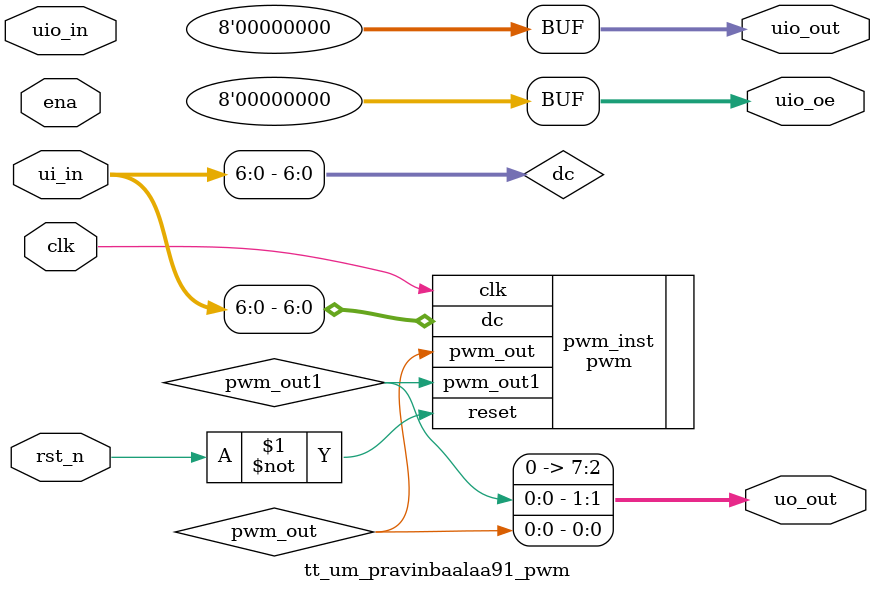
<source format=v>
module tt_um_pravinbaalaa91_pwm (
    input  wire [7:0] ui_in,    // Dedicated inputs
    output wire [7:0] uo_out,   // Dedicated outputs
    input  wire [7:0] uio_in,   // IOs: Input path
    output wire [7:0] uio_out,  // IOs: Output path
    output wire [7:0] uio_oe,   // IOs: Enable path (active high: 0=input, 1=output)
    input  wire       ena,      // Always 1 when the design is powered
    input  wire       clk,      // Clock signal
    input  wire       rst_n     // Active-low reset
);

    // Active-low reset → convert to active-high
    //wire reset = ~rst_n;

    // Duty cycle from ui_in[6:0]
    wire [6:0] dc = ui_in[6:0];
    reg pwm_out;
    reg pwm_out1;

    // Internal PWM module
    pwm pwm_inst (
        .clk(clk),
        .reset(~rst_n),
        .dc(dc),
        .pwm_out(pwm_out),
        .pwm_out1(pwm_out1)
    );

    // Map outputs
    assign uo_out[0] = pwm_out;
    assign uo_out[1] = pwm_out1;
    assign uo_out[7:2] = 0;

    // Not using bidirectional IOs
    assign uio_oe[7:0] = 0;
    assign uio_out[7:0] = 0;
    wire _unused = &{ui_in[7], uio_in[7:0], ena};
endmodule

</source>
